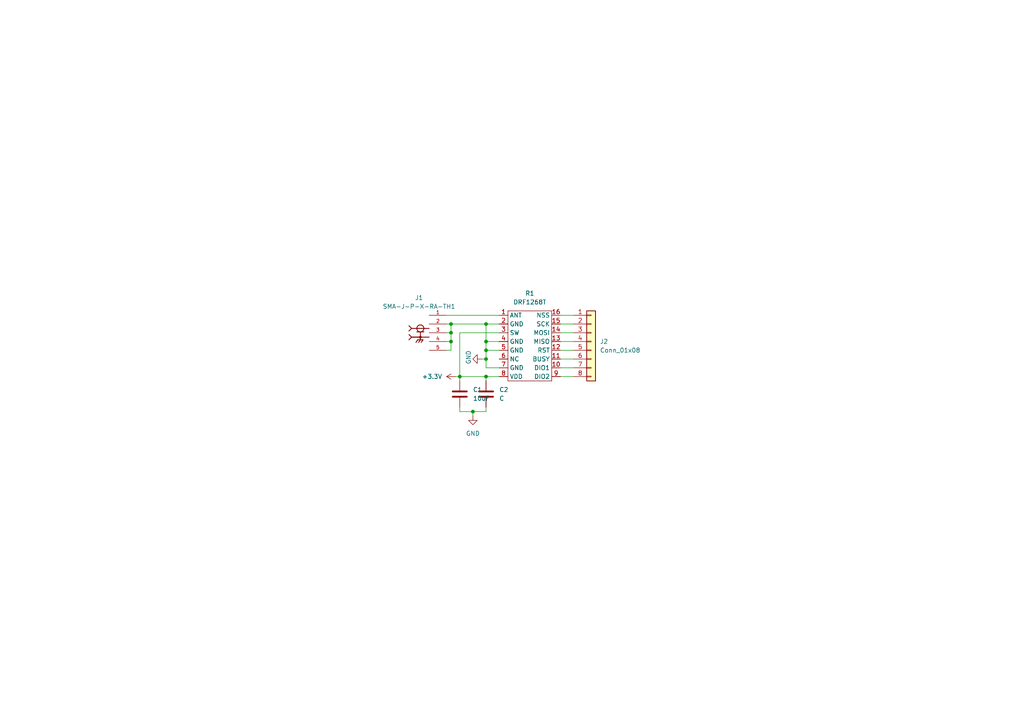
<source format=kicad_sch>
(kicad_sch (version 20211123) (generator eeschema)
  (paper "A4")
  (lib_symbols
    (symbol "Connector_Generic:Conn_01x08" (pin_names (offset 1.016) hide)
      (property "Reference" "J" (at 0 10.16 0))
      (property "Value" "Conn_01x08" (at 0 -12.7 0))
      (symbol "Conn_01x08_1_1"
        (rectangle (start -1.27 -10.033) (end 0 -10.287) (stroke (width 0.1524)))
        (rectangle (start -1.27 -7.493) (end 0 -7.747) (stroke (width 0.1524)))
        (rectangle (start -1.27 -4.953) (end 0 -5.207) (stroke (width 0.1524)))
        (rectangle (start -1.27 -2.413) (end 0 -2.667) (stroke (width 0.1524)))
        (rectangle (start -1.27 0.127) (end 0 -0.127) (stroke (width 0.1524)))
        (rectangle (start -1.27 2.667) (end 0 2.413) (stroke (width 0.1524)))
        (rectangle (start -1.27 5.207) (end 0 4.953) (stroke (width 0.1524)))
        (rectangle (start -1.27 7.747) (end 0 7.493) (stroke (width 0.1524)))
        (rectangle (start -1.27 8.89) (end 1.27 -11.43) (stroke (width 0.254)) (fill (type background)))
        (pin passive line (at -5.08 7.62 0) (length 3.81) (name "Pin_1") (number "1"))
        (pin passive line (at -5.08 5.08 0) (length 3.81) (name "Pin_2") (number "2"))
        (pin passive line (at -5.08 2.54 0) (length 3.81) (name "Pin_3") (number "3"))
        (pin passive line (at -5.08 0 0) (length 3.81) (name "Pin_4") (number "4"))
        (pin passive line (at -5.08 -2.54 0) (length 3.81) (name "Pin_5") (number "5"))
        (pin passive line (at -5.08 -5.08 0) (length 3.81) (name "Pin_6") (number "6"))
        (pin passive line (at -5.08 -7.62 0) (length 3.81) (name "Pin_7") (number "7"))
        (pin passive line (at -5.08 -10.16 0) (length 3.81) (name "Pin_8") (number "8"))
      )
    )
    (symbol "Device:C" (pin_numbers hide) (pin_names (offset 0.254))
      (property "Reference" "C" (at 0.635 2.54 0))
      (property "Value" "C" (at 0.635 -2.54 0))
      (symbol "C_0_1"
        (polyline (pts (xy -2.032 -0.762) (xy 2.032 -0.762)) (stroke (width 0.508)))
        (polyline (pts (xy -2.032 0.762) (xy 2.032 0.762)) (stroke (width 0.508)))
      )
      (symbol "C_1_1"
        (pin passive line (at 0 3.81 270) (length 2.794) (name "~") (number "1"))
        (pin passive line (at 0 -3.81 90) (length 2.794) (name "~") (number "2"))
      )
    )
    (symbol "components:DRF1268T"
      (property "Reference" "R1" (at 2.54 2.54 0))
      (property "Value" "DRF1268T" (at 2.54 0 0))
      (symbol "DRF1268T_0_1"
        (rectangle (start -3.81 -2.54) (end 8.89 -22.86))
      )
      (symbol "DRF1268T_1_1"
        (pin bidirectional line (at -6.35 -3.81 0) (length 2.54) (name "ANT") (number "1"))
        (pin bidirectional line (at 11.43 -19.05 180) (length 2.54) (name "DIO1") (number "10"))
        (pin bidirectional line (at 11.43 -16.51 180) (length 2.54) (name "BUSY") (number "11"))
        (pin bidirectional line (at 11.43 -13.97 180) (length 2.54) (name "RST") (number "12"))
        (pin output line (at 11.43 -11.43 180) (length 2.54) (name "MISO") (number "13"))
        (pin input line (at 11.43 -8.89 180) (length 2.54) (name "MOSI") (number "14"))
        (pin input line (at 11.43 -6.35 180) (length 2.54) (name "SCK") (number "15"))
        (pin input line (at 11.43 -3.81 180) (length 2.54) (name "NSS") (number "16"))
        (pin power_out line (at -6.35 -6.35 0) (length 2.54) (name "GND") (number "2"))
        (pin input line (at -6.35 -8.89 0) (length 2.54) (name "SW") (number "3"))
        (pin power_out line (at -6.35 -11.43 0) (length 2.54) (name "GND") (number "4"))
        (pin power_out line (at -6.35 -13.97 0) (length 2.54) (name "GND") (number "5"))
        (pin bidirectional line (at -6.35 -16.51 0) (length 2.54) (name "NC") (number "6"))
        (pin power_out line (at -6.35 -19.05 0) (length 2.54) (name "GND") (number "7"))
        (pin power_in line (at -6.35 -21.59 0) (length 2.54) (name "VDD") (number "8"))
        (pin output line (at 11.43 -21.59 180) (length 2.54) (name "DIO2") (number "9"))
      )
    )
    (symbol "components:SMA-J-P-X-RA-TH1" (pin_names (offset 1.016))
      (property "Reference" "J" (at -6.35 0 90))
      (property "Value" "SMA-J-P-X-RA-TH1" (at -3.81 -8.89 90))
      (symbol "SMA-J-P-X-RA-TH1_0_0"
        (polyline (pts (xy -3.302 -0.762) (xy -2.54 0)) (stroke (width 0.254)))
        (polyline (pts (xy -3.302 0.762) (xy -2.54 0)) (stroke (width 0.254)))
        (polyline (pts (xy -3.302 1.778) (xy -2.54 2.54)) (stroke (width 0.254)))
        (polyline (pts (xy -3.302 3.302) (xy -2.54 2.54)) (stroke (width 0.254)))
        (polyline (pts (xy -2.54 0) (xy 0 0)) (stroke (width 0.254)))
        (polyline (pts (xy -2.54 2.54) (xy 2.54 2.54)) (stroke (width 0.254)))
        (polyline (pts (xy -1.016 1.524) (xy 0 1.524)) (stroke (width 0.254)))
        (polyline (pts (xy -0.762 -0.762) (xy -1.27 -1.524)) (stroke (width 0.254)))
        (polyline (pts (xy 0 -0.762) (xy -0.762 -0.762)) (stroke (width 0.254)))
        (polyline (pts (xy 0 -0.762) (xy -0.508 -1.524)) (stroke (width 0.254)))
        (polyline (pts (xy 0 -0.762) (xy 0.762 -0.762)) (stroke (width 0.254)))
        (polyline (pts (xy 0 0) (xy -2.286 0)) (stroke (width 0.254)))
        (polyline (pts (xy 0 0) (xy 0 -0.762)) (stroke (width 0.254)))
        (polyline (pts (xy 0 1.27) (xy 0 -0.254)) (stroke (width 0.254)))
        (polyline (pts (xy 0 1.524) (xy 1.016 1.524)) (stroke (width 0.254)))
        (polyline (pts (xy 0.762 -0.762) (xy 0.254 -1.524)) (stroke (width 0.254)))
        (polyline (pts (xy 2.54 0) (xy 0 0)) (stroke (width 0.254)))
        (circle (center 0 0) (radius 0.254) (stroke (width 0.254)))
        (circle (center 0 2.54) (radius 1.016) (stroke (width 0.254)))
        (pin passive line (at 7.62 6.35 180) (length 5.08) (name "~") (number "1"))
        (pin passive line (at 7.62 3.81 180) (length 5.08) (name "~") (number "2"))
        (pin passive line (at 7.62 1.27 180) (length 5.08) (name "~") (number "3"))
        (pin passive line (at 7.62 -1.27 180) (length 5.08) (name "~") (number "4"))
        (pin passive line (at 7.62 -3.81 180) (length 5.08) (name "~") (number "5"))
      )
    )
    (symbol "power:+3.3V" (power) (pin_names (offset 0))
      (property "Value" "+3.3V" (at 0 3.556 0))
      (symbol "+3.3V_0_1"
        (polyline (pts (xy -0.762 1.27) (xy 0 2.54)))
        (polyline (pts (xy 0 0) (xy 0 2.54)))
        (polyline (pts (xy 0 2.54) (xy 0.762 1.27)))
      )
      (symbol "+3.3V_1_1"
        (pin power_in line (at 0 0 90) (length 0) hide (name "+3.3V") (number "1"))
      )
    )
    (symbol "power:GND" (power) (pin_names (offset 0))
      (property "Value" "GND" (at 0 -3.81 0))
      (symbol "GND_0_1"
        (polyline (pts (xy 0 0) (xy 0 -1.27) (xy 1.27 -1.27) (xy 0 -2.54) (xy -1.27 -1.27) (xy 0 -1.27)))
      )
      (symbol "GND_1_1"
        (pin power_in line (at 0 0 270) (length 0) hide (name "GND") (number "1"))
      )
    )
  )
  (junction (at 130.81 93.98))
  (junction (at 130.81 96.52))
  (junction (at 140.97 109.22))
  (junction (at 133.35 109.22))
  (junction (at 140.97 104.14))
  (junction (at 140.97 101.6))
  (junction (at 140.97 99.06))
  (junction (at 137.16 119.38))
  (junction (at 140.97 93.98))
  (junction (at 130.81 99.06))
  (wire (pts (xy 162.56 101.6) (xy 166.37 101.6)))
  (wire (pts (xy 140.97 101.6) (xy 144.78 101.6)))
  (wire (pts (xy 130.81 93.98) (xy 140.97 93.98)))
  (wire (pts (xy 162.56 93.98) (xy 166.37 93.98)))
  (wire (pts (xy 133.35 109.22) (xy 140.97 109.22)))
  (wire (pts (xy 133.35 119.38) (xy 137.16 119.38)))
  (wire (pts (xy 133.35 96.52) (xy 144.78 96.52)))
  (wire (pts (xy 140.97 93.98) (xy 144.78 93.98)))
  (wire (pts (xy 140.97 110.49) (xy 140.97 109.22)))
  (wire (pts (xy 162.56 106.68) (xy 166.37 106.68)))
  (wire (pts (xy 130.81 96.52) (xy 130.81 99.06)))
  (wire (pts (xy 139.7 104.14) (xy 140.97 104.14)))
  (wire (pts (xy 140.97 93.98) (xy 140.97 99.06)))
  (wire (pts (xy 140.97 101.6) (xy 140.97 104.14)))
  (wire (pts (xy 129.54 96.52) (xy 130.81 96.52)))
  (wire (pts (xy 162.56 96.52) (xy 166.37 96.52)))
  (wire (pts (xy 132.08 109.22) (xy 133.35 109.22)))
  (wire (pts (xy 140.97 104.14) (xy 140.97 106.68)))
  (wire (pts (xy 133.35 96.52) (xy 133.35 109.22)))
  (wire (pts (xy 162.56 99.06) (xy 166.37 99.06)))
  (wire (pts (xy 140.97 106.68) (xy 144.78 106.68)))
  (wire (pts (xy 133.35 110.49) (xy 133.35 109.22)))
  (wire (pts (xy 140.97 119.38) (xy 140.97 118.11)))
  (wire (pts (xy 140.97 99.06) (xy 140.97 101.6)))
  (wire (pts (xy 129.54 93.98) (xy 130.81 93.98)))
  (wire (pts (xy 162.56 91.44) (xy 166.37 91.44)))
  (wire (pts (xy 130.81 99.06) (xy 130.81 101.6)))
  (wire (pts (xy 133.35 118.11) (xy 133.35 119.38)))
  (wire (pts (xy 129.54 91.44) (xy 144.78 91.44)))
  (wire (pts (xy 129.54 99.06) (xy 130.81 99.06)))
  (wire (pts (xy 129.54 101.6) (xy 130.81 101.6)))
  (wire (pts (xy 162.56 104.14) (xy 166.37 104.14)))
  (wire (pts (xy 137.16 119.38) (xy 140.97 119.38)))
  (wire (pts (xy 140.97 109.22) (xy 144.78 109.22)))
  (wire (pts (xy 130.81 93.98) (xy 130.81 96.52)))
  (wire (pts (xy 137.16 119.38) (xy 137.16 120.65)))
  (wire (pts (xy 162.56 109.22) (xy 166.37 109.22)))
  (wire (pts (xy 140.97 99.06) (xy 144.78 99.06)))
  (symbol (lib_id "Device:C") (at 140.97 114.3 0) (unit 1)
    (property "Reference" "C2" (at 144.78 113.0299 0) (effects (justify left)))
    (property "Value" "C" (at 144.78 115.5699 0) (effects (justify left)))
    (property "Footprint" "Capacitor_SMD:C_0201_0603Metric" (effects hide))
  )
  (symbol (lib_id "power:+3.3V") (at 132.08 109.22 90) (unit 1)
    (property "Reference" "#PWR0101" (effects hide))
    (property "Value" "+3.3V" (at 128.27 109.2199 90) (effects (justify left)))
    (property "Footprint" "Connector_PinHeader_2.54mm:PinHeader_1x01_P2.54mm_Vertical" (effects hide))
  )
  (symbol (lib_id "Connector_Generic:Conn_01x08") (at 171.45 99.06 0) (unit 1)
    (property "Reference" "J2" (at 173.99 99.0599 0) (effects (justify left)))
    (property "Value" "Conn_01x08" (at 173.99 101.5999 0) (effects (justify left)))
    (property "Footprint" "Connector_PinSocket_2.54mm:PinSocket_1x08_P2.54mm_Vertical" (effects hide))
  )
  (symbol (lib_id "power:GND") (at 137.16 120.65 0) (unit 1)
    (property "Reference" "#PWR0102" (effects hide))
    (property "Value" "GND" (at 137.16 125.73 0))
    (property "Footprint" "Connector_PinHeader_2.54mm:PinHeader_1x01_P2.54mm_Vertical" (effects hide))
  )
  (symbol (lib_id "components:SMA-J-P-X-RA-TH1") (at 121.92 97.79 0) (unit 1)
    (property "Reference" "J1" (at 121.539 86.36 0))
    (property "Value" "SMA-J-P-X-RA-TH1" (at 121.539 88.9 0))
    (property "Footprint" "components:SAMTEC_SMA-J-P-X-RA-TH1" (effects hide))
    (property "MAXIMUM_PACKAGE_HEIGHT" "9.86mm" (effects hide))
    (property "MANUFACTURER" "Samtec" (effects hide))
    (property "PARTREV" "K" (effects hide))
    (property "STANDARD" "Manufacturer Recommendations" (effects hide))
  )
  (symbol (lib_id "power:GND") (at 139.7 104.14 270) (unit 1)
    (property "Reference" "#PWR0103" (effects hide))
    (property "Value" "GND" (at 135.89 101.6 0) (effects (justify left)))
    (property "Footprint" "Connector_PinHeader_2.54mm:PinHeader_1x01_P2.54mm_Vertical" (effects hide))
  )
  (symbol (lib_id "Device:C") (at 133.35 114.3 0) (unit 1)
    (property "Reference" "C1" (at 137.16 113.0299 0) (effects (justify left)))
    (property "Value" "10uF" (at 137.16 115.5699 0) (effects (justify left)))
    (property "Footprint" "Capacitor_SMD:C_0201_0603Metric" (effects hide))
  )
  (symbol (lib_id "components:DRF1268T") (at 151.13 87.63 0) (unit 1)
    (property "Reference" "R1" (at 153.67 85.09 0))
    (property "Value" "DRF1268T" (at 153.67 87.63 0))
    (property "Footprint" "components:DRF1268T" (effects hide))
  )
)
</source>
